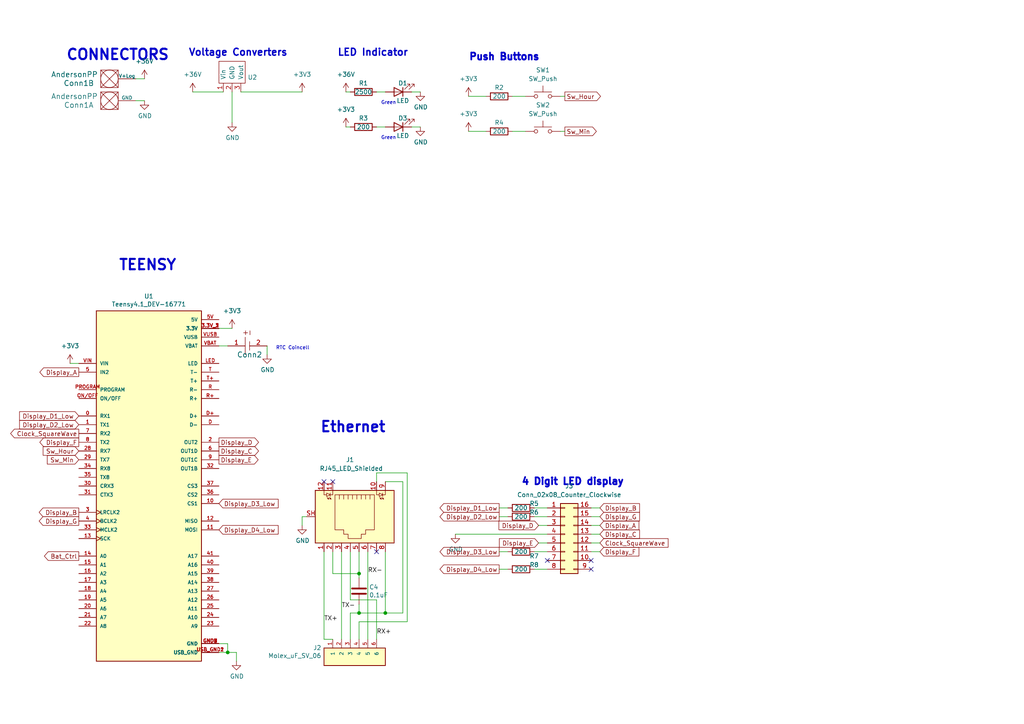
<source format=kicad_sch>
(kicad_sch (version 20211123) (generator eeschema)
  (paper "A4")
  (lib_symbols
    (symbol "BMS_2022_Rev1-rescue:Molex_uF_SV_06-MRDT_Connectors" (pin_names (offset 1.016))
      (property "Reference" "J" (at -2.54 8.128 0))
      (property "Value" "Molex_uF_SV_06-MRDT_Connectors" (at -7.62 -12.7 0))
      (symbol "Molex_uF_SV_06-MRDT_Connectors_0_0"
        (rectangle (start -2.54 -10.16) (end 2.54 7.62) (stroke (width 0.254)) (fill (type background)))
        (pin passive line (at -5.08 5.08 0) (length 2.54) (name "1") (number "1"))
        (pin passive line (at -5.08 2.54 0) (length 2.54) (name "2") (number "2"))
        (pin passive line (at -5.08 0 0) (length 2.54) (name "3") (number "3"))
        (pin passive line (at -5.08 -2.54 0) (length 2.54) (name "4") (number "4"))
        (pin passive line (at -5.08 -5.08 0) (length 2.54) (name "5") (number "5"))
        (pin passive line (at -5.08 -7.62 0) (length 2.54) (name "6") (number "6"))
      )
    )
    (symbol "BMS_2022_Rev1-rescue:TSR1-2433-MRDT_Devices" (pin_names (offset 1.016))
      (property "Reference" "U" (at 10.16 0 0))
      (symbol "TSR1-2433-MRDT_Devices_0_0"
        (rectangle (start 2.54 3.81) (end 8.89 -3.81))
      )
      (symbol "TSR1-2433-MRDT_Devices_1_1"
        (pin input line (at 0 2.54 0) (length 2.54) (name "Vin") (number "1"))
        (pin input line (at 0 0 0) (length 2.54) (name "GND") (number "2"))
        (pin input line (at 0 -2.54 0) (length 2.54) (name "Vout") (number "3"))
      )
    )
    (symbol "Connector:RJ45_LED_Shielded" (pin_names (offset 1.016))
      (property "Reference" "J" (at -5.08 13.97 0))
      (property "Value" "RJ45_LED_Shielded" (at 1.27 13.97 0))
      (symbol "RJ45_LED_Shielded_0_1"
        (polyline (pts (xy -7.62 -7.62) (xy -6.35 -7.62)))
        (polyline (pts (xy -7.62 -5.08) (xy -6.35 -5.08)))
        (polyline (pts (xy -7.62 7.62) (xy -6.35 7.62)))
        (polyline (pts (xy -7.62 10.16) (xy -6.35 10.16)))
        (polyline (pts (xy -6.858 -5.842) (xy -5.842 -5.842)))
        (polyline (pts (xy -6.858 9.398) (xy -5.842 9.398)))
        (polyline (pts (xy -6.35 -7.62) (xy -6.35 -6.858)))
        (polyline (pts (xy -6.35 -5.08) (xy -6.35 -5.842)))
        (polyline (pts (xy -6.35 7.62) (xy -6.35 8.382)))
        (polyline (pts (xy -6.35 10.16) (xy -6.35 9.398)))
        (polyline (pts (xy -5.08 -6.223) (xy -5.207 -6.604)))
        (polyline (pts (xy -5.08 -5.588) (xy -5.207 -5.969)))
        (polyline (pts (xy -5.08 4.445) (xy -6.35 4.445)))
        (polyline (pts (xy -5.08 5.715) (xy -6.35 5.715)))
        (polyline (pts (xy -5.08 9.017) (xy -5.207 8.636)))
        (polyline (pts (xy -5.08 9.652) (xy -5.207 9.271)))
        (polyline (pts (xy -6.35 -3.175) (xy -5.08 -3.175) (xy -5.08 -3.175)))
        (polyline (pts (xy -6.35 -1.905) (xy -5.08 -1.905) (xy -5.08 -1.905)))
        (polyline (pts (xy -6.35 -0.635) (xy -5.08 -0.635) (xy -5.08 -0.635)))
        (polyline (pts (xy -6.35 0.635) (xy -5.08 0.635) (xy -5.08 0.635)))
        (polyline (pts (xy -6.35 1.905) (xy -5.08 1.905) (xy -5.08 1.905)))
        (polyline (pts (xy -5.588 -6.731) (xy -5.08 -6.223) (xy -5.461 -6.35)))
        (polyline (pts (xy -5.588 -6.096) (xy -5.08 -5.588) (xy -5.461 -5.715)))
        (polyline (pts (xy -5.588 8.509) (xy -5.08 9.017) (xy -5.461 8.89)))
        (polyline (pts (xy -5.588 9.144) (xy -5.08 9.652) (xy -5.461 9.525)))
        (polyline (pts (xy -5.08 3.175) (xy -6.35 3.175) (xy -6.35 3.175)))
        (polyline (pts (xy -6.35 -5.842) (xy -6.858 -6.858) (xy -5.842 -6.858) (xy -6.35 -5.842)))
        (polyline (pts (xy -6.35 9.398) (xy -6.858 8.382) (xy -5.842 8.382) (xy -6.35 9.398)))
        (polyline (pts (xy -6.35 -4.445) (xy -6.35 6.985) (xy 3.81 6.985) (xy 3.81 4.445) (xy 5.08 4.445) (xy 5.08 3.175) (xy 6.35 3.175) (xy 6.35 -0.635) (xy 5.08 -0.635) (xy 5.08 -1.905) (xy 3.81 -1.905) (xy 3.81 -4.445) (xy -6.35 -4.445) (xy -6.35 -4.445)))
        (rectangle (start 7.62 12.7) (end -7.62 -10.16) (stroke (width 0.254)) (fill (type background)))
      )
      (symbol "RJ45_LED_Shielded_1_1"
        (pin passive line (at 10.16 -7.62 180) (length 2.54) (name "~") (number "1"))
        (pin passive line (at -10.16 7.62 0) (length 2.54) (name "~") (number "10"))
        (pin passive line (at -10.16 -5.08 0) (length 2.54) (name "~") (number "11"))
        (pin passive line (at -10.16 -7.62 0) (length 2.54) (name "~") (number "12"))
        (pin passive line (at 10.16 -5.08 180) (length 2.54) (name "~") (number "2"))
        (pin passive line (at 10.16 -2.54 180) (length 2.54) (name "~") (number "3"))
        (pin passive line (at 10.16 0 180) (length 2.54) (name "~") (number "4"))
        (pin passive line (at 10.16 2.54 180) (length 2.54) (name "~") (number "5"))
        (pin passive line (at 10.16 5.08 180) (length 2.54) (name "~") (number "6"))
        (pin passive line (at 10.16 7.62 180) (length 2.54) (name "~") (number "7"))
        (pin passive line (at 10.16 10.16 180) (length 2.54) (name "~") (number "8"))
        (pin passive line (at -10.16 10.16 0) (length 2.54) (name "~") (number "9"))
        (pin passive line (at 0 -12.7 90) (length 2.54) (name "~") (number "SH"))
      )
    )
    (symbol "Connector_Generic:Conn_02x08_Counter_Clockwise" (pin_names (offset 1.016) hide)
      (property "Reference" "J" (at 1.27 10.16 0))
      (property "Value" "Conn_02x08_Counter_Clockwise" (at 1.27 -12.7 0))
      (symbol "Conn_02x08_Counter_Clockwise_1_1"
        (rectangle (start -1.27 -10.033) (end 0 -10.287) (stroke (width 0.1524)))
        (rectangle (start -1.27 -7.493) (end 0 -7.747) (stroke (width 0.1524)))
        (rectangle (start -1.27 -4.953) (end 0 -5.207) (stroke (width 0.1524)))
        (rectangle (start -1.27 -2.413) (end 0 -2.667) (stroke (width 0.1524)))
        (rectangle (start -1.27 0.127) (end 0 -0.127) (stroke (width 0.1524)))
        (rectangle (start -1.27 2.667) (end 0 2.413) (stroke (width 0.1524)))
        (rectangle (start -1.27 5.207) (end 0 4.953) (stroke (width 0.1524)))
        (rectangle (start -1.27 7.747) (end 0 7.493) (stroke (width 0.1524)))
        (rectangle (start -1.27 8.89) (end 3.81 -11.43) (stroke (width 0.254)) (fill (type background)))
        (rectangle (start 3.81 -10.033) (end 2.54 -10.287) (stroke (width 0.1524)))
        (rectangle (start 3.81 -7.493) (end 2.54 -7.747) (stroke (width 0.1524)))
        (rectangle (start 3.81 -4.953) (end 2.54 -5.207) (stroke (width 0.1524)))
        (rectangle (start 3.81 -2.413) (end 2.54 -2.667) (stroke (width 0.1524)))
        (rectangle (start 3.81 0.127) (end 2.54 -0.127) (stroke (width 0.1524)))
        (rectangle (start 3.81 2.667) (end 2.54 2.413) (stroke (width 0.1524)))
        (rectangle (start 3.81 5.207) (end 2.54 4.953) (stroke (width 0.1524)))
        (rectangle (start 3.81 7.747) (end 2.54 7.493) (stroke (width 0.1524)))
        (pin passive line (at -5.08 7.62 0) (length 3.81) (name "Pin_1") (number "1"))
        (pin passive line (at 7.62 -7.62 180) (length 3.81) (name "Pin_10") (number "10"))
        (pin passive line (at 7.62 -5.08 180) (length 3.81) (name "Pin_11") (number "11"))
        (pin passive line (at 7.62 -2.54 180) (length 3.81) (name "Pin_12") (number "12"))
        (pin passive line (at 7.62 0 180) (length 3.81) (name "Pin_13") (number "13"))
        (pin passive line (at 7.62 2.54 180) (length 3.81) (name "Pin_14") (number "14"))
        (pin passive line (at 7.62 5.08 180) (length 3.81) (name "Pin_15") (number "15"))
        (pin passive line (at 7.62 7.62 180) (length 3.81) (name "Pin_16") (number "16"))
        (pin passive line (at -5.08 5.08 0) (length 3.81) (name "Pin_2") (number "2"))
        (pin passive line (at -5.08 2.54 0) (length 3.81) (name "Pin_3") (number "3"))
        (pin passive line (at -5.08 0 0) (length 3.81) (name "Pin_4") (number "4"))
        (pin passive line (at -5.08 -2.54 0) (length 3.81) (name "Pin_5") (number "5"))
        (pin passive line (at -5.08 -5.08 0) (length 3.81) (name "Pin_6") (number "6"))
        (pin passive line (at -5.08 -7.62 0) (length 3.81) (name "Pin_7") (number "7"))
        (pin passive line (at -5.08 -10.16 0) (length 3.81) (name "Pin_8") (number "8"))
        (pin passive line (at 7.62 -10.16 180) (length 3.81) (name "Pin_9") (number "9"))
      )
    )
    (symbol "Device:C" (pin_numbers hide) (pin_names (offset 0.254))
      (property "Reference" "C" (at 0.635 2.54 0))
      (property "Value" "C" (at 0.635 -2.54 0))
      (symbol "C_0_1"
        (polyline (pts (xy -2.032 -0.762) (xy 2.032 -0.762)) (stroke (width 0.508)))
        (polyline (pts (xy -2.032 0.762) (xy 2.032 0.762)) (stroke (width 0.508)))
      )
      (symbol "C_1_1"
        (pin passive line (at 0 3.81 270) (length 2.794) (name "~") (number "1"))
        (pin passive line (at 0 -3.81 90) (length 2.794) (name "~") (number "2"))
      )
    )
    (symbol "Device:LED" (pin_numbers hide) (pin_names (offset 1.016) hide)
      (property "Reference" "D" (at 0 2.54 0))
      (property "Value" "LED" (at 0 -2.54 0))
      (symbol "LED_0_1"
        (polyline (pts (xy -1.27 -1.27) (xy -1.27 1.27)) (stroke (width 0.254)))
        (polyline (pts (xy -1.27 0) (xy 1.27 0)))
        (polyline (pts (xy 1.27 -1.27) (xy 1.27 1.27) (xy -1.27 0) (xy 1.27 -1.27)) (stroke (width 0.254)))
        (polyline (pts (xy -3.048 -0.762) (xy -4.572 -2.286) (xy -3.81 -2.286) (xy -4.572 -2.286) (xy -4.572 -1.524)))
        (polyline (pts (xy -1.778 -0.762) (xy -3.302 -2.286) (xy -2.54 -2.286) (xy -3.302 -2.286) (xy -3.302 -1.524)))
      )
      (symbol "LED_1_1"
        (pin passive line (at -3.81 0 0) (length 2.54) (name "K") (number "1"))
        (pin passive line (at 3.81 0 180) (length 2.54) (name "A") (number "2"))
      )
    )
    (symbol "Device:R" (pin_numbers hide) (pin_names (offset 0))
      (property "Reference" "R" (at 2.032 0 90))
      (property "Value" "R" (at 0 0 90))
      (symbol "R_0_1"
        (rectangle (start -1.016 -2.54) (end 1.016 2.54) (stroke (width 0.254)))
      )
      (symbol "R_1_1"
        (pin passive line (at 0 3.81 270) (length 1.27) (name "~") (number "1"))
        (pin passive line (at 0 -3.81 90) (length 1.27) (name "~") (number "2"))
      )
    )
    (symbol "Driveboard_2022-rescue:AndersonPP-MRDT_Connectors" (pin_numbers hide) (pin_names (offset 0))
      (property "Reference" "Conn" (at 3.81 -1.27 0))
      (property "Value" "AndersonPP-MRDT_Connectors" (at 2.54 6.35 0))
      (symbol "AndersonPP-MRDT_Connectors_0_1"
        (polyline (pts (xy 0 5.08) (xy 5.08 0)))
        (polyline (pts (xy 5.08 5.08) (xy 0 0)))
        (rectangle (start 0 0) (end 5.08 5.08))
        (circle (center 2.54 2.54) (radius 2.54))
      )
      (symbol "AndersonPP-MRDT_Connectors_1_1"
        (pin input line (at 10.16 2.54 180) (length 5.08) (name "GND") (number "1"))
      )
      (symbol "AndersonPP-MRDT_Connectors_2_1"
        (pin input line (at 10.16 2.54 180) (length 5.08) (name "V+Log") (number "2"))
      )
      (symbol "AndersonPP-MRDT_Connectors_3_1"
        (pin input line (at 10.16 2.54 180) (length 5.08) (name "V+Act") (number "3"))
      )
      (symbol "AndersonPP-MRDT_Connectors_4_1"
        (pin input line (at 10.16 2.54 180) (length 5.08) (name "PV+") (number "4"))
      )
      (symbol "AndersonPP-MRDT_Connectors_5_1"
        (pin input line (at 10.16 2.54 180) (length 5.08) (name "~") (number "1"))
      )
    )
    (symbol "Driveboard_2022-rescue:Teensy4.1_DEV-16771-MRDT_Shields" (pin_names (offset 1.016))
      (property "Reference" "U" (at -15.24 52.07 0))
      (property "Value" "Teensy4.1_DEV-16771-MRDT_Shields" (at -15.24 -53.34 0))
      (symbol "Teensy4.1_DEV-16771-MRDT_Shields_0_0"
        (rectangle (start -15.24 -50.8) (end 15.24 50.8) (stroke (width 0.254)) (fill (type background)))
        (pin bidirectional line (at -20.32 20.32 0) (length 5.08) (name "RX1") (number "0"))
        (pin bidirectional line (at -20.32 17.78 0) (length 5.08) (name "TX1") (number "1"))
        (pin bidirectional line (at 20.32 -5.08 180) (length 5.08) (name "CS1") (number "10"))
        (pin bidirectional line (at 20.32 -12.7 180) (length 5.08) (name "MOSI") (number "11"))
        (pin bidirectional line (at 20.32 -10.16 180) (length 5.08) (name "MISO") (number "12"))
        (pin bidirectional clock (at -20.32 -15.24 0) (length 5.08) (name "SCK") (number "13"))
        (pin bidirectional line (at -20.32 -20.32 0) (length 5.08) (name "A0") (number "14"))
        (pin bidirectional line (at -20.32 -22.86 0) (length 5.08) (name "A1") (number "15"))
        (pin bidirectional line (at -20.32 -25.4 0) (length 5.08) (name "A2") (number "16"))
        (pin bidirectional line (at -20.32 -27.94 0) (length 5.08) (name "A3") (number "17"))
        (pin bidirectional line (at -20.32 -30.48 0) (length 5.08) (name "A4") (number "18"))
        (pin bidirectional line (at -20.32 -33.02 0) (length 5.08) (name "A5") (number "19"))
        (pin output line (at 20.32 12.7 180) (length 5.08) (name "OUT2") (number "2"))
        (pin bidirectional line (at -20.32 -35.56 0) (length 5.08) (name "A6") (number "20"))
        (pin bidirectional line (at -20.32 -38.1 0) (length 5.08) (name "A7") (number "21"))
        (pin bidirectional line (at -20.32 -40.64 0) (length 5.08) (name "A8") (number "22"))
        (pin bidirectional line (at 20.32 -40.64 180) (length 5.08) (name "A9") (number "23"))
        (pin bidirectional line (at 20.32 -38.1 180) (length 5.08) (name "A10") (number "24"))
        (pin bidirectional line (at 20.32 -35.56 180) (length 5.08) (name "A11") (number "25"))
        (pin bidirectional line (at 20.32 -33.02 180) (length 5.08) (name "A12") (number "26"))
        (pin bidirectional line (at 20.32 -30.48 180) (length 5.08) (name "A13") (number "27"))
        (pin bidirectional line (at -20.32 10.16 0) (length 5.08) (name "RX7") (number "28"))
        (pin bidirectional line (at -20.32 7.62 0) (length 5.08) (name "TX7") (number "29"))
        (pin bidirectional clock (at -20.32 -7.62 0) (length 5.08) (name "LRCLK2") (number "3"))
        (pin power_in line (at 20.32 45.72 180) (length 5.08) (name "3.3V") (number "3.3V_1"))
        (pin power_in line (at 20.32 45.72 180) (length 5.08) (name "3.3V") (number "3.3V_2"))
        (pin power_in line (at 20.32 45.72 180) (length 5.08) (name "3.3V") (number "3.3V_3"))
        (pin bidirectional line (at -20.32 0 0) (length 5.08) (name "CRX3") (number "30"))
        (pin bidirectional line (at -20.32 -2.54 0) (length 5.08) (name "CTX3") (number "31"))
        (pin output line (at 20.32 5.08 180) (length 5.08) (name "OUT1B") (number "32"))
        (pin bidirectional clock (at -20.32 -12.7 0) (length 5.08) (name "MCLK2") (number "33"))
        (pin bidirectional line (at -20.32 5.08 0) (length 5.08) (name "RX8") (number "34"))
        (pin bidirectional line (at -20.32 2.54 0) (length 5.08) (name "TX8") (number "35"))
        (pin bidirectional line (at 20.32 -2.54 180) (length 5.08) (name "CS2") (number "36"))
        (pin bidirectional line (at 20.32 0 180) (length 5.08) (name "CS3") (number "37"))
        (pin bidirectional line (at 20.32 -27.94 180) (length 5.08) (name "A14") (number "38"))
        (pin bidirectional line (at 20.32 -25.4 180) (length 5.08) (name "A15") (number "39"))
        (pin bidirectional clock (at -20.32 -10.16 0) (length 5.08) (name "BCLK2") (number "4"))
        (pin bidirectional line (at 20.32 -22.86 180) (length 5.08) (name "A16") (number "40"))
        (pin bidirectional line (at 20.32 -20.32 180) (length 5.08) (name "A17") (number "41"))
        (pin bidirectional line (at -20.32 33.02 0) (length 5.08) (name "IN2") (number "5"))
        (pin power_in line (at 20.32 48.26 180) (length 5.08) (name "5V") (number "5V"))
        (pin output line (at 20.32 10.16 180) (length 5.08) (name "OUT1D") (number "6"))
        (pin bidirectional line (at -20.32 15.24 0) (length 5.08) (name "RX2") (number "7"))
        (pin bidirectional line (at -20.32 12.7 0) (length 5.08) (name "TX2") (number "8"))
        (pin output line (at 20.32 7.62 180) (length 5.08) (name "OUT1C") (number "9"))
        (pin bidirectional line (at 20.32 17.78 180) (length 5.08) (name "D-") (number "D"))
        (pin bidirectional line (at 20.32 20.32 180) (length 5.08) (name "D+") (number "D+"))
        (pin power_in line (at 20.32 -45.72 180) (length 5.08) (name "GND") (number "GND1"))
        (pin power_in line (at 20.32 -45.72 180) (length 5.08) (name "GND") (number "GND2"))
        (pin power_in line (at 20.32 -45.72 180) (length 5.08) (name "GND") (number "GND3"))
        (pin power_in line (at 20.32 -45.72 180) (length 5.08) (name "GND") (number "GND4"))
        (pin power_in line (at 20.32 -45.72 180) (length 5.08) (name "GND") (number "GND5"))
        (pin bidirectional line (at 20.32 35.56 180) (length 5.08) (name "LED") (number "LED"))
        (pin bidirectional line (at -20.32 25.4 0) (length 5.08) (name "ON/OFF") (number "ON/OFF"))
        (pin bidirectional line (at -20.32 27.94 0) (length 5.08) (name "PROGRAM") (number "PROGRAM"))
        (pin bidirectional line (at 20.32 27.94 180) (length 5.08) (name "R-") (number "R"))
        (pin bidirectional line (at 20.32 25.4 180) (length 5.08) (name "R+") (number "R+"))
        (pin bidirectional line (at 20.32 33.02 180) (length 5.08) (name "T-") (number "T"))
        (pin bidirectional line (at 20.32 30.48 180) (length 5.08) (name "T+") (number "T+"))
        (pin power_in line (at 20.32 -48.26 180) (length 5.08) (name "USB_GND") (number "USB_GND1"))
        (pin power_in line (at 20.32 -48.26 180) (length 5.08) (name "USB_GND") (number "USB_GND2"))
        (pin passive line (at 20.32 40.64 180) (length 5.08) (name "VBAT") (number "VBAT"))
        (pin input line (at -20.32 35.56 0) (length 5.08) (name "VIN") (number "VIN"))
        (pin passive line (at 20.32 43.18 180) (length 5.08) (name "VUSB") (number "VUSB"))
      )
    )
    (symbol "MRDT_Connectors:12mm_Coin_Cell_Battery_Holder" (pin_names (offset 1.016))
      (property "Reference" "Conn" (at 3.81 1.27 0))
      (symbol "12mm_Coin_Cell_Battery_Holder_0_0"
        (text "+" (at 3.81 6.35 0) (effects (font (size 1.524 1.524))))
        (text "-" (at 3.81 5.08 0) (effects (font (size 1.524 1.524))))
      )
      (symbol "12mm_Coin_Cell_Battery_Holder_0_1"
        (polyline (pts (xy -2.54 6.35) (xy 2.54 6.35)))
        (polyline (pts (xy -1.27 5.08) (xy 1.27 5.08)))
      )
      (symbol "12mm_Coin_Cell_Battery_Holder_1_1"
        (pin input line (at 0 11.43 270) (length 5.08) (name "~") (number "1"))
        (pin input line (at 0 0 90) (length 5.08) (name "~") (number "2"))
      )
    )
    (symbol "Switch:SW_Push" (pin_numbers hide) (pin_names (offset 1.016) hide)
      (property "Reference" "SW" (at 1.27 2.54 0))
      (property "Value" "SW_Push" (at 0 -1.524 0))
      (symbol "SW_Push_0_1"
        (circle (center -2.032 0) (radius 0.508))
        (polyline (pts (xy 0 1.27) (xy 0 3.048)))
        (polyline (pts (xy 2.54 1.27) (xy -2.54 1.27)))
        (circle (center 2.032 0) (radius 0.508))
        (pin passive line (at -5.08 0 0) (length 2.54) (name "1") (number "1"))
        (pin passive line (at 5.08 0 180) (length 2.54) (name "2") (number "2"))
      )
    )
    (symbol "power:+36V" (power) (pin_names (offset 0))
      (property "Value" "+36V" (at 0 3.556 0))
      (symbol "+36V_0_1"
        (polyline (pts (xy -0.762 1.27) (xy 0 2.54)))
        (polyline (pts (xy 0 0) (xy 0 2.54)))
        (polyline (pts (xy 0 2.54) (xy 0.762 1.27)))
      )
      (symbol "+36V_1_1"
        (pin power_in line (at 0 0 90) (length 0) hide (name "+36V") (number "1"))
      )
    )
    (symbol "power:+3V3" (power) (pin_names (offset 0))
      (property "Value" "+3V3" (at 0 3.556 0))
      (symbol "+3V3_0_1"
        (polyline (pts (xy -0.762 1.27) (xy 0 2.54)))
        (polyline (pts (xy 0 0) (xy 0 2.54)))
        (polyline (pts (xy 0 2.54) (xy 0.762 1.27)))
      )
      (symbol "+3V3_1_1"
        (pin power_in line (at 0 0 90) (length 0) hide (name "+3V3") (number "1"))
      )
    )
    (symbol "power:GND" (power) (pin_names (offset 0))
      (property "Value" "GND" (at 0 -3.81 0))
      (symbol "GND_0_1"
        (polyline (pts (xy 0 0) (xy 0 -1.27) (xy 1.27 -1.27) (xy 0 -2.54) (xy -1.27 -1.27) (xy 0 -1.27)))
      )
      (symbol "GND_1_1"
        (pin power_in line (at 0 0 270) (length 0) hide (name "GND") (number "1"))
      )
    )
  )
  (junction (at 104.14 177.8))
  (junction (at 66.04 189.23))
  (junction (at 111.76 177.8))
  (junction (at 104.14 166.37))
  (no_connect (at 109.22 160.02))
  (no_connect (at 96.52 139.7))
  (no_connect (at 171.45 165.1))
  (no_connect (at 93.98 139.7))
  (no_connect (at 158.75 162.56))
  (no_connect (at 171.45 162.56))
  (wire (pts (xy 63.5 186.69) (xy 66.04 186.69)))
  (wire (pts (xy 154.94 149.86) (xy 158.75 149.86)))
  (wire (pts (xy 116.84 139.7) (xy 116.84 177.8)))
  (wire (pts (xy 144.78 147.32) (xy 147.32 147.32)))
  (wire (pts (xy 104.14 180.34) (xy 104.14 185.42)))
  (wire (pts (xy 144.78 149.86) (xy 147.32 149.86)))
  (wire (pts (xy 171.45 149.86) (xy 173.99 149.86)))
  (wire (pts (xy 66.04 186.69) (xy 66.04 189.23)))
  (wire (pts (xy 119.38 26.67) (xy 121.92 26.67)))
  (wire (pts (xy 39.37 29.21) (xy 41.91 29.21)))
  (wire (pts (xy 93.98 160.02) (xy 93.98 185.42)))
  (wire (pts (xy 67.31 26.67) (xy 67.31 35.56)))
  (wire (pts (xy 171.45 147.32) (xy 173.99 147.32)))
  (wire (pts (xy 154.94 147.32) (xy 158.75 147.32)))
  (wire (pts (xy 111.76 177.8) (xy 104.14 177.8)))
  (wire (pts (xy 69.85 26.67) (xy 87.63 26.67)))
  (wire (pts (xy 135.89 27.94) (xy 140.97 27.94)))
  (wire (pts (xy 148.59 38.1) (xy 152.4 38.1)))
  (wire (pts (xy 162.56 38.1) (xy 163.83 38.1)))
  (wire (pts (xy 171.45 154.94) (xy 173.99 154.94)))
  (wire (pts (xy 87.63 152.4) (xy 87.63 149.86)))
  (wire (pts (xy 144.78 160.02) (xy 147.32 160.02)))
  (wire (pts (xy 154.94 160.02) (xy 158.75 160.02)))
  (wire (pts (xy 116.84 177.8) (xy 111.76 177.8)))
  (wire (pts (xy 101.6 173.99) (xy 101.6 160.02)))
  (wire (pts (xy 109.22 139.7) (xy 109.22 137.16)))
  (wire (pts (xy 171.45 160.02) (xy 173.99 160.02)))
  (wire (pts (xy 111.76 139.7) (xy 116.84 139.7)))
  (wire (pts (xy 109.22 173.99) (xy 101.6 173.99)))
  (wire (pts (xy 156.21 152.4) (xy 158.75 152.4)))
  (wire (pts (xy 109.22 185.42) (xy 109.22 173.99)))
  (wire (pts (xy 109.22 26.67) (xy 111.76 26.67)))
  (wire (pts (xy 109.22 137.16) (xy 118.11 137.16)))
  (wire (pts (xy 63.5 95.25) (xy 67.31 95.25)))
  (wire (pts (xy 96.52 166.37) (xy 104.14 166.37)))
  (wire (pts (xy 93.98 185.42) (xy 96.52 185.42)))
  (wire (pts (xy 104.14 166.37) (xy 104.14 167.64)))
  (wire (pts (xy 96.52 160.02) (xy 96.52 166.37)))
  (wire (pts (xy 162.56 27.94) (xy 163.83 27.94)))
  (wire (pts (xy 101.6 177.8) (xy 101.6 185.42)))
  (wire (pts (xy 118.11 137.16) (xy 118.11 180.34)))
  (wire (pts (xy 104.14 177.8) (xy 101.6 177.8)))
  (wire (pts (xy 171.45 157.48) (xy 173.99 157.48)))
  (wire (pts (xy 104.14 160.02) (xy 104.14 166.37)))
  (wire (pts (xy 39.37 22.86) (xy 41.91 22.86)))
  (wire (pts (xy 100.33 26.67) (xy 101.6 26.67)))
  (wire (pts (xy 111.76 160.02) (xy 111.76 177.8)))
  (wire (pts (xy 87.63 149.86) (xy 88.9 149.86)))
  (wire (pts (xy 66.04 189.23) (xy 68.58 189.23)))
  (wire (pts (xy 100.33 36.83) (xy 101.6 36.83)))
  (wire (pts (xy 55.88 26.67) (xy 64.77 26.67)))
  (wire (pts (xy 77.47 100.33) (xy 77.47 102.87)))
  (wire (pts (xy 119.38 36.83) (xy 121.92 36.83)))
  (wire (pts (xy 106.68 185.42) (xy 106.68 160.02)))
  (wire (pts (xy 158.75 154.94) (xy 132.08 154.94)))
  (wire (pts (xy 20.32 105.41) (xy 22.86 105.41)))
  (wire (pts (xy 109.22 36.83) (xy 111.76 36.83)))
  (wire (pts (xy 171.45 152.4) (xy 173.99 152.4)))
  (wire (pts (xy 63.5 100.33) (xy 66.04 100.33)))
  (wire (pts (xy 135.89 38.1) (xy 140.97 38.1)))
  (wire (pts (xy 154.94 165.1) (xy 158.75 165.1)))
  (wire (pts (xy 156.21 157.48) (xy 158.75 157.48)))
  (wire (pts (xy 68.58 189.23) (xy 68.58 191.77)))
  (wire (pts (xy 63.5 189.23) (xy 66.04 189.23)))
  (wire (pts (xy 104.14 175.26) (xy 104.14 177.8)))
  (wire (pts (xy 118.11 180.34) (xy 104.14 180.34)))
  (wire (pts (xy 99.06 160.02) (xy 99.06 185.42)))
  (wire (pts (xy 148.59 27.94) (xy 152.4 27.94)))
  (wire (pts (xy 144.78 165.1) (xy 147.32 165.1)))
  (text "Green" (at 110.49 40.64 0) (effects (font (size 1 1)) (justify left bottom)))
  (text "Voltage Converters" (at 54.61 16.51 0) (effects (font (size 2 2) (thickness 0.4013) bold) (justify left bottom)))
  (text "LED Indicator" (at 97.79 16.51 0) (effects (font (size 2 2) (thickness 0.4013) bold) (justify left bottom)))
  (text "TEENSY" (at 34.29 78.74 0) (effects (font (size 3 3) (thickness 0.5994) bold) (justify left bottom)))
  (text "Green" (at 110.49 30.48 0) (effects (font (size 1 1)) (justify left bottom)))
  (text "RTC Coincell" (at 80.01 101.6 0) (effects (font (size 1 1)) (justify left bottom)))
  (text "4 Digit LED display" (at 151.13 140.97 0) (effects (font (size 2 2) (thickness 0.5994) bold) (justify left bottom)))
  (text "CONNECTORS" (at 19.05 17.78 0) (effects (font (size 3 3) (thickness 0.5994) bold) (justify left bottom)))
  (text "Push Buttons" (at 135.89 17.78 0) (effects (font (size 2 2) (thickness 0.5994) bold) (justify left bottom)))
  (text "Ethernet\n" (at 92.71 125.73 0) (effects (font (size 3 3) (thickness 0.5994) bold) (justify left bottom)))
  (label "RX-" (at 106.68 166.37 0))
  (label "RX+" (at 109.22 184.15 0))
  (label "TX+" (at 93.98 180.34 0))
  (label "TX-" (at 99.06 176.53 0))
  (global_label "Display_G" (shape output) (at 22.86 151.13 180) (property "Intersheet References" "${INTERSHEET_REFS}" (effects hide)))
  (global_label "Display_B" (shape input) (at 173.99 147.32 0) (property "Intersheet References" "${INTERSHEET_REFS}" (effects hide)))
  (global_label "Display_D2_Low" (shape input) (at 22.86 123.19 180) (property "Intersheet References" "${INTERSHEET_REFS}" (effects hide)))
  (global_label "Sw_Hour" (shape output) (at 163.83 27.94 0) (property "Intersheet References" "${INTERSHEET_REFS}" (effects hide)))
  (global_label "Display_C" (shape output) (at 63.5 130.81 0) (property "Intersheet References" "${INTERSHEET_REFS}" (effects hide)))
  (global_label "Display_C" (shape input) (at 173.99 154.94 0) (property "Intersheet References" "${INTERSHEET_REFS}" (effects hide)))
  (global_label "Display_D" (shape input) (at 156.21 152.4 180) (property "Intersheet References" "${INTERSHEET_REFS}" (effects hide)))
  (global_label "Display_F" (shape input) (at 173.99 160.02 0) (property "Intersheet References" "${INTERSHEET_REFS}" (effects hide)))
  (global_label "Display_D2_Low" (shape output) (at 144.78 149.86 180) (property "Intersheet References" "${INTERSHEET_REFS}" (effects hide)))
  (global_label "Clock_SquareWave" (shape input) (at 173.99 157.48 0) (property "Intersheet References" "${INTERSHEET_REFS}" (effects hide)))
  (global_label "Display_D" (shape output) (at 63.5 128.27 0) (property "Intersheet References" "${INTERSHEET_REFS}" (effects hide)))
  (global_label "Display_A" (shape input) (at 173.99 152.4 0) (property "Intersheet References" "${INTERSHEET_REFS}" (effects hide)))
  (global_label "Sw_Hour" (shape input) (at 22.86 130.81 180) (property "Intersheet References" "${INTERSHEET_REFS}" (effects hide)))
  (global_label "Display_D4_Low" (shape input) (at 63.5 153.67 0) (property "Intersheet References" "${INTERSHEET_REFS}" (effects hide)))
  (global_label "Display_D1_Low" (shape output) (at 144.78 147.32 180) (property "Intersheet References" "${INTERSHEET_REFS}" (effects hide)))
  (global_label "Clock_SquareWave" (shape output) (at 22.86 125.73 180) (property "Intersheet References" "${INTERSHEET_REFS}" (effects hide)))
  (global_label "Sw_Min" (shape output) (at 163.83 38.1 0) (property "Intersheet References" "${INTERSHEET_REFS}" (effects hide)))
  (global_label "Bat_Ctrl" (shape output) (at 22.86 161.29 180) (property "Intersheet References" "${INTERSHEET_REFS}" (effects hide)))
  (global_label "Display_E" (shape input) (at 156.21 157.48 180) (property "Intersheet References" "${INTERSHEET_REFS}" (effects hide)))
  (global_label "Display_B" (shape output) (at 22.86 148.59 180) (property "Intersheet References" "${INTERSHEET_REFS}" (effects hide)))
  (global_label "Display_D3_Low" (shape input) (at 63.5 146.05 0) (property "Intersheet References" "${INTERSHEET_REFS}" (effects hide)))
  (global_label "Display_D1_Low" (shape input) (at 22.86 120.65 180) (property "Intersheet References" "${INTERSHEET_REFS}" (effects hide)))
  (global_label "Display_D3_Low" (shape output) (at 144.78 160.02 180) (property "Intersheet References" "${INTERSHEET_REFS}" (effects hide)))
  (global_label "Display_G" (shape input) (at 173.99 149.86 0) (property "Intersheet References" "${INTERSHEET_REFS}" (effects hide)))
  (global_label "Display_D4_Low" (shape output) (at 144.78 165.1 180) (property "Intersheet References" "${INTERSHEET_REFS}" (effects hide)))
  (global_label "Sw_Min" (shape input) (at 22.86 133.35 180) (property "Intersheet References" "${INTERSHEET_REFS}" (effects hide)))
  (global_label "Display_A" (shape output) (at 22.86 107.95 180) (property "Intersheet References" "${INTERSHEET_REFS}" (effects hide)))
  (global_label "Display_E" (shape output) (at 63.5 133.35 0) (property "Intersheet References" "${INTERSHEET_REFS}" (effects hide)))
  (global_label "Display_F" (shape output) (at 22.86 128.27 180) (property "Intersheet References" "${INTERSHEET_REFS}" (effects hide)))
  (symbol (lib_id "power:GND") (at 67.31 35.56 0) (unit 1)
    (property "Reference" "#PWR04" (effects hide))
    (property "Value" "GND" (at 67.437 39.9542 0))
  )
  (symbol (lib_id "BMS_2022_Rev1-rescue:TSR1-2433-MRDT_Devices") (at 67.31 26.67 90) (unit 1)
    (property "Reference" "U2" (at 71.8312 22.4282 90) (effects (justify right)))
    (property "Value" "TSR1-2433" (effects hide))
    (property "Footprint" "MRDT_Devices:TSR_1-2433" (effects hide))
  )
  (symbol (lib_id "Driveboard_2022-rescue:AndersonPP-MRDT_Connectors") (at 29.21 25.4 0) (unit 2)
    (property "Reference" "Conn1" (at 22.86 24.13 0) (effects (font (size 1.524 1.524))))
    (property "Value" "AndersonPP" (at 21.59 21.59 0) (effects (font (size 1.524 1.524))))
    (property "Footprint" "MRDT_Connectors:Square_Anderson_2_H_Side_By_Side" (effects hide))
  )
  (symbol (lib_id "Switch:SW_Push") (at 157.48 38.1 0) (unit 1)
    (property "Reference" "SW2" (at 157.48 30.48 0))
    (property "Value" "SW_Push" (at 157.48 33.02 0))
    (property "Footprint" "Button_Switch_SMD:SW_SPST_TL3305A" (effects hide))
  )
  (symbol (lib_id "Device:R") (at 151.13 165.1 270) (unit 1)
    (property "Reference" "R8" (at 154.94 163.83 90))
    (property "Value" "200" (at 151.13 165.1 90))
    (property "Footprint" "Resistor_SMD:R_0603_1608Metric_Pad0.98x0.95mm_HandSolder" (effects hide))
  )
  (symbol (lib_id "Connector_Generic:Conn_02x08_Counter_Clockwise") (at 163.83 154.94 0) (unit 1)
    (property "Reference" "J3" (at 165.1 140.97 0))
    (property "Value" "Conn_02x08_Counter_Clockwise" (at 165.1 143.51 0))
    (property "Footprint" "blackbox_rev1:timerLED" (effects hide))
  )
  (symbol (lib_id "Driveboard_2022-rescue:AndersonPP-MRDT_Connectors") (at 29.21 31.75 0) (unit 1)
    (property "Reference" "Conn1" (at 22.86 30.48 0) (effects (font (size 1.524 1.524))))
    (property "Value" "AndersonPP" (at 21.59 27.94 0) (effects (font (size 1.524 1.524))))
    (property "Footprint" "MRDT_Connectors:Square_Anderson_2_H_Side_By_Side" (effects hide))
  )
  (symbol (lib_id "Device:LED") (at 115.57 36.83 180) (unit 1)
    (property "Reference" "D3" (at 116.84 34.29 0))
    (property "Value" "LED" (at 116.84 39.37 0))
    (property "Footprint" "LED_SMD:LED_0603_1608Metric_Pad1.05x0.95mm_HandSolder" (effects hide))
  )
  (symbol (lib_id "power:+36V") (at 41.91 22.86 0) (unit 1)
    (property "Reference" "#PWR01" (effects hide))
    (property "Value" "+36V" (at 41.91 17.78 0))
  )
  (symbol (lib_id "power:GND") (at 41.91 29.21 0) (unit 1)
    (property "Reference" "#PWR02" (effects hide))
    (property "Value" "GND" (at 42.037 33.6042 0))
  )
  (symbol (lib_id "Switch:SW_Push") (at 157.48 27.94 0) (unit 1)
    (property "Reference" "SW1" (at 157.48 20.32 0))
    (property "Value" "SW_Push" (at 157.48 22.86 0))
    (property "Footprint" "Button_Switch_SMD:SW_SPST_TL3305A" (effects hide))
  )
  (symbol (lib_id "Device:R") (at 151.13 147.32 270) (unit 1)
    (property "Reference" "R5" (at 154.94 146.05 90))
    (property "Value" "200" (at 151.13 147.32 90))
    (property "Footprint" "Resistor_SMD:R_0603_1608Metric_Pad0.98x0.95mm_HandSolder" (effects hide))
  )
  (symbol (lib_id "Device:R") (at 151.13 160.02 270) (unit 1)
    (property "Reference" "R7" (at 154.94 161.29 90))
    (property "Value" "200" (at 151.13 160.02 90))
    (property "Footprint" "Resistor_SMD:R_0603_1608Metric_Pad0.98x0.95mm_HandSolder" (effects hide))
  )
  (symbol (lib_id "Device:R") (at 151.13 149.86 270) (unit 1)
    (property "Reference" "R6" (at 154.94 148.59 90))
    (property "Value" "200" (at 151.13 149.86 90))
    (property "Footprint" "Resistor_SMD:R_0603_1608Metric_Pad0.98x0.95mm_HandSolder" (effects hide))
  )
  (symbol (lib_id "Device:LED") (at 115.57 26.67 180) (unit 1)
    (property "Reference" "D1" (at 116.84 24.13 0))
    (property "Value" "LED" (at 116.84 29.21 0))
    (property "Footprint" "LED_SMD:LED_0603_1608Metric_Pad1.05x0.95mm_HandSolder" (effects hide))
  )
  (symbol (lib_id "Driveboard_2022-rescue:Teensy4.1_DEV-16771-MRDT_Shields") (at 43.18 140.97 0) (unit 1)
    (property "Reference" "U1" (at 43.18 85.9282 0))
    (property "Value" "Teensy4.1_DEV-16771" (at 43.18 88.2396 0))
    (property "Footprint" "MRDT_Shields:Teensy_4_1_Vertical" (effects hide))
    (property "STANDARD" "Manufacturer recommendations" (effects hide))
    (property "MAXIMUM_PACKAGE_HEIGHT" "4.07mm" (effects hide))
    (property "MANUFACTURER" "SparkFun Electronics" (effects hide))
    (property "PARTREV" "4.1" (effects hide))
  )
  (symbol (lib_id "power:+3V3") (at 67.31 95.25 0) (unit 1)
    (property "Reference" "#PWR?" (effects hide))
    (property "Value" "+3V3" (at 67.31 90.17 0))
  )
  (symbol (lib_id "power:+3V3") (at 135.89 27.94 0) (unit 1)
    (property "Reference" "#PWR?" (effects hide))
    (property "Value" "+3V3" (at 135.89 22.86 0))
  )
  (symbol (lib_id "Device:R") (at 105.41 36.83 270) (unit 1)
    (property "Reference" "R3" (at 105.41 34.29 90))
    (property "Value" "200" (at 105.41 36.83 90))
    (property "Footprint" "Resistor_SMD:R_0603_1608Metric_Pad0.98x0.95mm_HandSolder" (effects hide))
  )
  (symbol (lib_id "power:GND") (at 68.58 191.77 0) (unit 1)
    (property "Reference" "#PWR06" (effects hide))
    (property "Value" "GND" (at 68.707 196.1642 0))
  )
  (symbol (lib_id "MRDT_Connectors:12mm_Coin_Cell_Battery_Holder") (at 77.47 100.33 90) (unit 1)
    (property "Reference" "Conn2" (at 72.39 102.87 90) (effects (font (size 1.524 1.524))))
    (property "Value" "12mm_Coin_Cell_Battery_Holder" (effects hide))
    (property "Footprint" "MRDT_Connectors:CR1220_Battery_Holder" (effects hide))
  )
  (symbol (lib_id "Device:R") (at 144.78 38.1 270) (unit 1)
    (property "Reference" "R4" (at 144.78 35.56 90))
    (property "Value" "200" (at 144.78 38.1 90))
    (property "Footprint" "Resistor_SMD:R_0603_1608Metric_Pad0.98x0.95mm_HandSolder" (effects hide))
  )
  (symbol (lib_id "power:+3V3") (at 87.63 26.67 0) (unit 1)
    (property "Reference" "#PWR?" (effects hide))
    (property "Value" "+3V3" (at 87.63 21.59 0))
  )
  (symbol (lib_id "power:+36V") (at 55.88 26.67 0) (unit 1)
    (property "Reference" "#PWR03" (effects hide))
    (property "Value" "+36V" (at 55.88 21.59 0))
  )
  (symbol (lib_id "Device:C") (at 104.14 171.45 0) (unit 1)
    (property "Reference" "C4" (at 107.061 170.2816 0) (effects (justify left)))
    (property "Value" "0.1uF" (at 107.061 172.593 0) (effects (justify left)))
    (property "Footprint" "Capacitor_SMD:C_0603_1608Metric_Pad1.08x0.95mm_HandSolder" (effects hide))
  )
  (symbol (lib_id "BMS_2022_Rev1-rescue:Molex_uF_SV_06-MRDT_Connectors") (at 101.6 190.5 90) (mirror x) (unit 1)
    (property "Reference" "J2" (at 93.218 187.8838 90) (effects (justify left)))
    (property "Value" "Molex_uF_SV_06" (at 93.218 190.1952 90) (effects (justify left)))
    (property "Footprint" "Connector_PinSocket_2.00mm:PinSocket_2x03_P2.00mm_Vertical" (effects hide))
    (property "MANUFACTURER" "MOLEX" (effects hide))
  )
  (symbol (lib_id "power:+3V3") (at 135.89 38.1 0) (unit 1)
    (property "Reference" "#PWR?" (effects hide))
    (property "Value" "+3V3" (at 135.89 33.02 0))
  )
  (symbol (lib_id "power:+36V") (at 100.33 26.67 0) (unit 1)
    (property "Reference" "#PWR0102" (effects hide))
    (property "Value" "+36V" (at 100.33 21.59 0))
  )
  (symbol (lib_id "power:GND") (at 77.47 102.87 0) (unit 1)
    (property "Reference" "#PWR07" (effects hide))
    (property "Value" "GND" (at 77.597 107.2642 0))
  )
  (symbol (lib_id "Connector:RJ45_LED_Shielded") (at 101.6 149.86 270) (unit 1)
    (property "Reference" "J1" (at 100.33 133.35 90) (effects (justify left)))
    (property "Value" "RJ45_LED_Shielded" (at 92.71 135.89 90) (effects (justify left)))
    (property "Footprint" "MRDT_Connectors:RJ45_Teensy" (effects hide))
  )
  (symbol (lib_id "power:GND") (at 87.63 152.4 0) (unit 1)
    (property "Reference" "#PWR09" (effects hide))
    (property "Value" "GND" (at 87.757 156.7942 0))
  )
  (symbol (lib_id "Device:R") (at 105.41 26.67 270) (unit 1)
    (property "Reference" "R1" (at 105.41 24.13 90))
    (property "Value" "2500" (at 105.41 26.67 90))
    (property "Footprint" "Resistor_SMD:R_0603_1608Metric_Pad0.98x0.95mm_HandSolder" (effects hide))
  )
  (symbol (lib_id "power:GND") (at 132.08 154.94 0) (unit 1)
    (property "Reference" "#PWR013" (effects hide))
    (property "Value" "GND" (at 132.207 159.3342 0))
  )
  (symbol (lib_id "power:+3V3") (at 100.33 36.83 0) (unit 1)
    (property "Reference" "#PWR?" (effects hide))
    (property "Value" "+3V3" (at 100.33 31.75 0))
  )
  (symbol (lib_id "power:GND") (at 121.92 26.67 0) (unit 1)
    (property "Reference" "#PWR010" (effects hide))
    (property "Value" "GND" (at 122.047 31.0642 0))
  )
  (symbol (lib_id "power:+3V3") (at 20.32 105.41 0) (unit 1)
    (property "Reference" "#PWR?" (effects hide))
    (property "Value" "+3V3" (at 20.32 100.33 0))
  )
  (symbol (lib_id "power:GND") (at 121.92 36.83 0) (unit 1)
    (property "Reference" "#PWR012" (effects hide))
    (property "Value" "GND" (at 122.047 41.2242 0))
  )
  (symbol (lib_id "Device:R") (at 144.78 27.94 270) (unit 1)
    (property "Reference" "R2" (at 144.78 25.4 90))
    (property "Value" "200" (at 144.78 27.94 90))
    (property "Footprint" "Resistor_SMD:R_0603_1608Metric_Pad0.98x0.95mm_HandSolder" (effects hide))
  )
)
</source>
